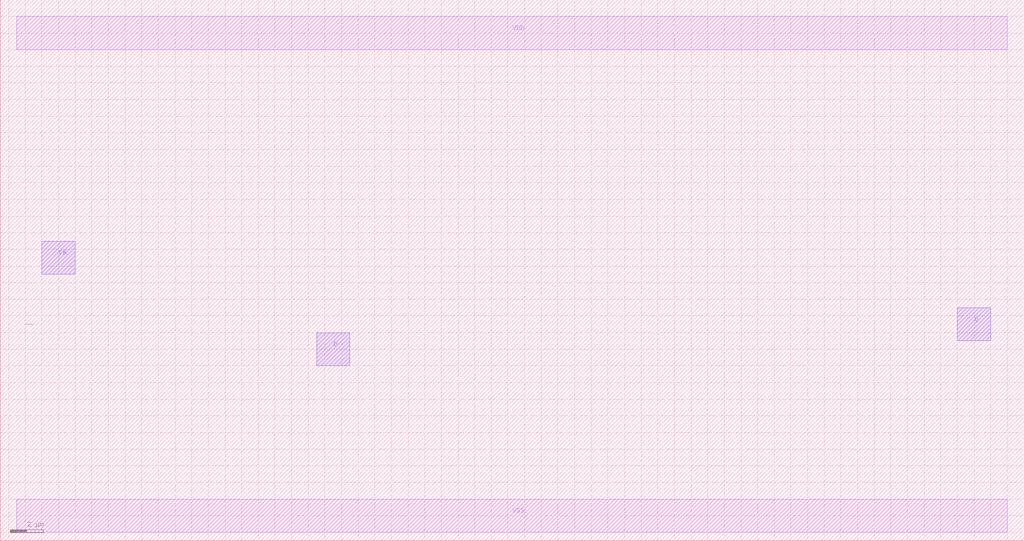
<source format=lef>
# C:/Users/akita/Documents/dff1_r.lef
# Created by Glade release version 4.7.35 compiled on May 19 2020 19:14:35
# Run by akita on host LAPTOP-E0CJ65QR at Wed Jun  3 17:33:48 2020

VERSION 5.6 ;
NAMESCASESENSITIVE ON ;
BUSBITCHARS "[]" ;
DIVIDERCHAR "/"  ;
UNITS
    DATABASE MICRONS 1000 ;
END UNITS

MACRO dff1_r
    CLASS core ;
    FOREIGN dff1_r -1.500 -1.500 ;
    ORIGIN 1.500 1.500 ;
    SIZE 61.500 BY 32.500 ;
    PIN CK
        DIRECTION INPUT ;
        USE SIGNAL ;
        PORT
        LAYER ML2 ;
        RECT 1.000 14.500 3.000 16.500 ;
        LAYER ML1 ;
        RECT 1.000 14.500 3.000 16.500 ;
        END
    END CK
    PIN VDD
        DIRECTION INOUT ;
        USE POWER ;
        PORT
        LAYER ML1 ;
        RECT -0.500 28.000 59.000 30.000 ;
        END
    END VDD
    PIN D
        DIRECTION INPUT ;
        USE POWER ;
        PORT
        LAYER ML2 ;
        RECT 17.500 9.000 19.500 11.000 ;
        LAYER ML1 ;
        RECT 17.500 9.000 19.500 11.000 ;
        END
    END D
    PIN Q
        DIRECTION INPUT ;
        USE SIGNAL ;
        PORT
        LAYER ML2 ;
        RECT 56.000 10.500 58.000 12.500 ;
        LAYER ML1 ;
        RECT 0.000 11.500 0.500 11.500 ;
        RECT 56.000 10.500 58.000 12.500 ;
        END
    END Q
    PIN VSS
        DIRECTION INOUT ;
        USE GROUND ;
        PORT
        LAYER ML1 ;
        RECT -0.500 -1.000 59.000 1.000 ;
        END
    END VSS
    OBS
    END
END dff1_r

END LIBRARY

</source>
